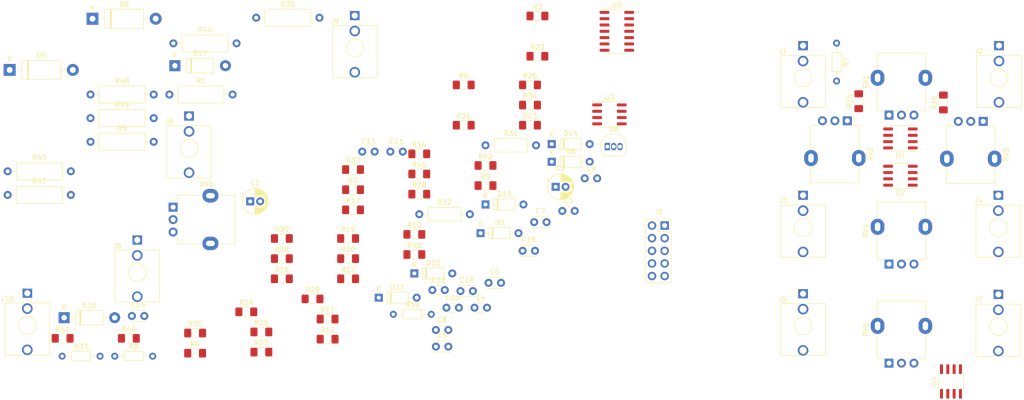
<source format=kicad_pcb>
(kicad_pcb (version 20171130) (host pcbnew 5.1.4)
  (layers (0 F.Cu signal) (31 B.Cu signal) (34 B.Paste user) (35 F.Paste user) (36 B.SilkS user) (37 F.SilkS user) (38 B.Mask user) (39 F.Mask user) (44 Edge.Cuts user))
  (net 0 "")
  (net 1 +12V)
  (net 2 GND)
  (net 3 -12V)
  (net 4 "Net-(C5-Pad2)")
  (net 5 "Net-(C5-Pad1)")
  (net 6 "Net-(C6-Pad1)")
  (net 7 "Net-(C6-Pad2)")
  (net 8 "Net-(C7-Pad1)")
  (net 9 "Net-(C7-Pad2)")
  (net 10 "Net-(C10-Pad2)")
  (net 11 "Net-(C10-Pad1)")
  (net 12 "Net-(C14-Pad1)")
  (net 13 "Net-(C14-Pad2)")
  (net 14 "Net-(C15-Pad2)")
  (net 15 "Net-(C15-Pad1)")
  (net 16 GNDPWR)
  (net 17 "Net-(D5-Pad1)")
  (net 18 "Net-(D6-Pad1)")
  (net 19 /out_1)
  (net 20 "Net-(D10-Pad1)")
  (net 21 /out_2)
  (net 22 /out_3)
  (net 23 /out_4)
  (net 24 "Net-(D15-Pad2)")
  (net 25 "Net-(D15-Pad1)")
  (net 26 "Net-(D16-Pad1)")
  (net 27 "Net-(D17-Pad2)")
  (net 28 "Net-(J1-PadT)")
  (net 29 "Net-(J3-PadT)")
  (net 30 "Net-(J5-PadT)")
  (net 31 /Vref)
  (net 32 "Net-(J6-PadT)")
  (net 33 "Net-(J9-PadTN)")
  (net 34 "Net-(J10-PadTN)")
  (net 35 "Net-(R1-Pad2)")
  (net 36 "Net-(R2-Pad1)")
  (net 37 "Net-(R3-Pad1)")
  (net 38 "Net-(R17-Pad2)")
  (net 39 "Net-(R18-Pad2)")
  (net 40 "Net-(R10-Pad2)")
  (net 41 "Net-(R15-Pad2)")
  (net 42 "Net-(R17-Pad1)")
  (net 43 "Net-(R18-Pad1)")
  (net 44 "Net-(R28-Pad1)")
  (net 45 "Net-(R29-Pad2)")
  (net 46 "Net-(R29-Pad1)")
  (net 47 "Net-(R34-Pad2)")
  (net 48 "Net-(R37-Pad2)")
  (net 49 "Net-(R47-Pad1)")
  (net 50 "Net-(RV2-Pad2)")
  (net 51 "Net-(RV3-Pad2)")
  (net 52 "Net-(U5-Pad13)")
  (net 53 "Net-(J2-PadT)")
  (net 54 "Net-(J4-PadT)")
  (net 55 "Net-(J7-PadT)")
  (net 56 "Net-(J8-PadT)")
  (net 57 "Net-(J9-PadT)")
  (net 58 "Net-(J10-PadT)")
  (net 59 "Net-(R15-Pad1)")
  (net 60 "Net-(R21-Pad2)")
  (module Capacitor_THT:CP_Radial_D5.0mm_P2.00mm (layer F.Cu) (at 75.849776 52.160001)
    (fp_text reference C1 (at 1 -3.75) (layer F.SilkS))
    (fp_text value 10uF)
    (pad 1 thru_hole rect (at 0 0) (size 1.6 1.6) (drill 0.8) (layers *.Cu *.Mask) (net 1 +12V))
    (pad 2 thru_hole circle (at 2 0) (size 1.6 1.6) (drill 0.8) (layers *.Cu *.Mask) (net 2 GND))
  )
  (module Capacitor_THT:CP_Radial_D5.0mm_P2.00mm (layer F.Cu) (at 137.229776 49.230001)
    (fp_text reference C2 (at 1 -3.75) (layer F.SilkS))
    (fp_text value 10uF)
    (pad 2 thru_hole circle (at 2 0) (size 1.6 1.6) (drill 0.8) (layers *.Cu *.Mask) (net 3 -12V))
    (pad 1 thru_hole rect (at 0 0) (size 1.6 1.6) (drill 0.8) (layers *.Cu *.Mask) (net 2 GND))
  )
  (module Capacitor_THT:C_Disc_D3.0mm_W1.6mm_P2.50mm (layer F.Cu) (at 138.560001 54.080001)
    (fp_text reference C3 (at 1.25 -2.05) (layer F.SilkS))
    (fp_text value 100nF)
    (pad 1 thru_hole circle (at 0 0) (size 1.6 1.6) (drill 0.8) (layers *.Cu *.Mask) (net 1 +12V))
    (pad 2 thru_hole circle (at 2.5 0) (size 1.6 1.6) (drill 0.8) (layers *.Cu *.Mask) (net 2 GND))
  )
  (module Capacitor_THT:C_Disc_D3.0mm_W1.6mm_P2.50mm (layer F.Cu) (at 120.930001 73.550001)
    (fp_text reference C4 (at 1.25 -2.05) (layer F.SilkS))
    (fp_text value 100nF)
    (pad 2 thru_hole circle (at 2.5 0) (size 1.6 1.6) (drill 0.8) (layers *.Cu *.Mask) (net 3 -12V))
    (pad 1 thru_hole circle (at 0 0) (size 1.6 1.6) (drill 0.8) (layers *.Cu *.Mask) (net 2 GND))
  )
  (module Capacitor_THT:C_Disc_D3.0mm_W2.0mm_P2.50mm (layer F.Cu) (at 113.160001 81.380001)
    (fp_text reference C5 (at 1.25 -2.25) (layer F.SilkS))
    (fp_text value 18pF)
    (pad 2 thru_hole circle (at 2.5 0) (size 1.6 1.6) (drill 0.8) (layers *.Cu *.Mask) (net 4 "Net-(C5-Pad2)"))
    (pad 1 thru_hole circle (at 0 0) (size 1.6 1.6) (drill 0.8) (layers *.Cu *.Mask) (net 5 "Net-(C5-Pad1)"))
  )
  (module Capacitor_THT:C_Disc_D3.0mm_W2.0mm_P2.50mm (layer F.Cu) (at 123.750001 68.550001)
    (fp_text reference C6 (at 1.25 -2.25) (layer F.SilkS))
    (fp_text value 18pF)
    (pad 1 thru_hole circle (at 0 0) (size 1.6 1.6) (drill 0.8) (layers *.Cu *.Mask) (net 6 "Net-(C6-Pad1)"))
    (pad 2 thru_hole circle (at 2.5 0) (size 1.6 1.6) (drill 0.8) (layers *.Cu *.Mask) (net 7 "Net-(C6-Pad2)"))
  )
  (module Capacitor_THT:C_Disc_D3.0mm_W2.0mm_P2.50mm (layer F.Cu) (at 132.910001 56.330001)
    (fp_text reference C7 (at 1.25 -2.25) (layer F.SilkS))
    (fp_text value 18pF)
    (pad 1 thru_hole circle (at 0 0) (size 1.6 1.6) (drill 0.8) (layers *.Cu *.Mask) (net 8 "Net-(C7-Pad1)"))
    (pad 2 thru_hole circle (at 2.5 0) (size 1.6 1.6) (drill 0.8) (layers *.Cu *.Mask) (net 9 "Net-(C7-Pad2)"))
  )
  (module Capacitor_THT:C_Disc_D3.0mm_W1.6mm_P2.50mm (layer F.Cu) (at 113.160001 78.030001)
    (fp_text reference C8 (at 1.25 -2.05) (layer F.SilkS))
    (fp_text value 100nF)
    (pad 2 thru_hole circle (at 2.5 0) (size 1.6 1.6) (drill 0.8) (layers *.Cu *.Mask) (net 2 GND))
    (pad 1 thru_hole circle (at 0 0) (size 1.6 1.6) (drill 0.8) (layers *.Cu *.Mask) (net 1 +12V))
  )
  (module Capacitor_THT:C_Disc_D3.0mm_W1.6mm_P2.50mm (layer F.Cu) (at 143.070001 47.530001)
    (fp_text reference C9 (at 1.25 -2.05) (layer F.SilkS))
    (fp_text value 100nF)
    (pad 1 thru_hole circle (at 0 0) (size 1.6 1.6) (drill 0.8) (layers *.Cu *.Mask) (net 2 GND))
    (pad 2 thru_hole circle (at 2.5 0) (size 1.6 1.6) (drill 0.8) (layers *.Cu *.Mask) (net 3 -12V))
  )
  (module Capacitor_THT:C_Disc_D3.0mm_W2.0mm_P2.50mm (layer F.Cu) (at 118.100001 70.200001)
    (fp_text reference C10 (at 1.25 -2.25) (layer F.SilkS))
    (fp_text value 18pF)
    (pad 2 thru_hole circle (at 2.5 0) (size 1.6 1.6) (drill 0.8) (layers *.Cu *.Mask) (net 10 "Net-(C10-Pad2)"))
    (pad 1 thru_hole circle (at 0 0) (size 1.6 1.6) (drill 0.8) (layers *.Cu *.Mask) (net 11 "Net-(C10-Pad1)"))
  )
  (module Capacitor_THT:C_Disc_D3.0mm_W1.6mm_P2.50mm (layer F.Cu) (at 104.010001 42.150001)
    (fp_text reference C11 (at 1.25 -2.05) (layer F.SilkS))
    (fp_text value 100nF)
    (pad 2 thru_hole circle (at 2.5 0) (size 1.6 1.6) (drill 0.8) (layers *.Cu *.Mask) (net 2 GND))
    (pad 1 thru_hole circle (at 0 0) (size 1.6 1.6) (drill 0.8) (layers *.Cu *.Mask) (net 1 +12V))
  )
  (module Capacitor_THT:C_Disc_D3.0mm_W1.6mm_P2.50mm (layer F.Cu) (at 112.450001 70.000001)
    (fp_text reference C12 (at 1.25 -2.05) (layer F.SilkS))
    (fp_text value 100nF)
    (pad 1 thru_hole circle (at 0 0) (size 1.6 1.6) (drill 0.8) (layers *.Cu *.Mask) (net 2 GND))
    (pad 2 thru_hole circle (at 2.5 0) (size 1.6 1.6) (drill 0.8) (layers *.Cu *.Mask) (net 3 -12V))
  )
  (module Capacitor_THT:C_Disc_D3.0mm_W1.6mm_P2.50mm (layer F.Cu) (at 98.360001 42.150001)
    (fp_text reference C13 (at 1.25 -2.05) (layer F.SilkS))
    (fp_text value 100nF)
    (pad 2 thru_hole circle (at 2.5 0) (size 1.6 1.6) (drill 0.8) (layers *.Cu *.Mask) (net 2 GND))
    (pad 1 thru_hole circle (at 0 0) (size 1.6 1.6) (drill 0.8) (layers *.Cu *.Mask) (net 1 +12V))
  )
  (module Capacitor_THT:C_Disc_D3.0mm_W2.0mm_P2.50mm (layer F.Cu) (at 52.070001 75.210001)
    (fp_text reference C14 (at 1.25 -2.25) (layer F.SilkS))
    (fp_text value 18pF)
    (pad 1 thru_hole circle (at 0 0) (size 1.6 1.6) (drill 0.8) (layers *.Cu *.Mask) (net 12 "Net-(C14-Pad1)"))
    (pad 2 thru_hole circle (at 2.5 0) (size 1.6 1.6) (drill 0.8) (layers *.Cu *.Mask) (net 13 "Net-(C14-Pad2)"))
  )
  (module Capacitor_THT:C_Disc_D3.0mm_W2.0mm_P2.50mm (layer F.Cu) (at 130.590001 62.100001)
    (fp_text reference C15 (at 1.25 -2.25) (layer F.SilkS))
    (fp_text value 18pF)
    (pad 2 thru_hole circle (at 2.5 0) (size 1.6 1.6) (drill 0.8) (layers *.Cu *.Mask) (net 14 "Net-(C15-Pad2)"))
    (pad 1 thru_hole circle (at 0 0) (size 1.6 1.6) (drill 0.8) (layers *.Cu *.Mask) (net 15 "Net-(C15-Pad1)"))
  )
  (module Capacitor_THT:C_Disc_D3.0mm_W1.6mm_P2.50mm (layer F.Cu) (at 115.280001 73.550001)
    (fp_text reference C16 (at 1.25 -2.05) (layer F.SilkS))
    (fp_text value 100nF)
    (pad 1 thru_hole circle (at 0 0) (size 1.6 1.6) (drill 0.8) (layers *.Cu *.Mask) (net 2 GND))
    (pad 2 thru_hole circle (at 2.5 0) (size 1.6 1.6) (drill 0.8) (layers *.Cu *.Mask) (net 3 -12V))
  )
  (module Diode_THT:D_DO-15_P12.70mm_Horizontal (layer F.Cu) (at 27.510001 25.710001)
    (fp_text reference D5 (at 6.35 -2.92) (layer F.SilkS))
    (fp_text value D_TVS)
    (fp_text user K (at 0 -2.2) (layer F.SilkS))
    (pad 2 thru_hole oval (at 12.7 0) (size 2.4 2.4) (drill 1.2) (layers *.Cu *.Mask) (net 16 GNDPWR))
    (pad 1 thru_hole rect (at 0 0) (size 2.4 2.4) (drill 1.2) (layers *.Cu *.Mask) (net 17 "Net-(D5-Pad1)"))
  )
  (module Diode_THT:D_DO-15_P12.70mm_Horizontal (layer F.Cu) (at 44.160001 15.410001)
    (fp_text reference D6 (at 6.35 -2.92) (layer F.SilkS))
    (fp_text value D_TVS)
    (fp_text user K (at 0 -2.2) (layer F.SilkS))
    (pad 1 thru_hole rect (at 0 0) (size 2.4 2.4) (drill 1.2) (layers *.Cu *.Mask) (net 18 "Net-(D6-Pad1)"))
    (pad 2 thru_hole oval (at 12.7 0) (size 2.4 2.4) (drill 1.2) (layers *.Cu *.Mask) (net 16 GNDPWR))
  )
  (module Diode_THT:D_DO-35_SOD27_P7.62mm_Horizontal (layer F.Cu) (at 136.440001 44.180001)
    (fp_text reference D8 (at 3.81 -2.12) (layer F.SilkS))
    (fp_text value 1N4148)
    (fp_text user K (at 0 -1.8) (layer F.SilkS))
    (pad 2 thru_hole oval (at 7.62 0) (size 1.6 1.6) (drill 0.8) (layers *.Cu *.Mask) (net 19 /out_1))
    (pad 1 thru_hole rect (at 0 0) (size 1.6 1.6) (drill 0.8) (layers *.Cu *.Mask) (net 20 "Net-(D10-Pad1)"))
  )
  (module Diode_THT:D_DO-35_SOD27_P7.62mm_Horizontal (layer F.Cu) (at 122.140001 58.550001)
    (fp_text reference D9 (at 3.81 -2.12) (layer F.SilkS))
    (fp_text value 1N4148)
    (fp_text user K (at 0 -1.8) (layer F.SilkS))
    (pad 1 thru_hole rect (at 0 0) (size 1.6 1.6) (drill 0.8) (layers *.Cu *.Mask) (net 20 "Net-(D10-Pad1)"))
    (pad 2 thru_hole oval (at 7.62 0) (size 1.6 1.6) (drill 0.8) (layers *.Cu *.Mask) (net 21 /out_2))
  )
  (module Diode_THT:D_DO-35_SOD27_P7.62mm_Horizontal (layer F.Cu) (at 108.830001 66.650001)
    (fp_text reference D10 (at 3.81 -2.12) (layer F.SilkS))
    (fp_text value 1N4148)
    (fp_text user K (at 0 -1.8) (layer F.SilkS))
    (pad 2 thru_hole oval (at 7.62 0) (size 1.6 1.6) (drill 0.8) (layers *.Cu *.Mask) (net 22 /out_3))
    (pad 1 thru_hole rect (at 0 0) (size 1.6 1.6) (drill 0.8) (layers *.Cu *.Mask) (net 20 "Net-(D10-Pad1)"))
  )
  (module Diode_THT:D_DO-35_SOD27_P7.62mm_Horizontal (layer F.Cu) (at 101.680001 71.530001)
    (fp_text reference D11 (at 3.81 -2.12) (layer F.SilkS))
    (fp_text value 1N4148)
    (fp_text user K (at 0 -1.8) (layer F.SilkS))
    (pad 1 thru_hole rect (at 0 0) (size 1.6 1.6) (drill 0.8) (layers *.Cu *.Mask) (net 20 "Net-(D10-Pad1)"))
    (pad 2 thru_hole oval (at 7.62 0) (size 1.6 1.6) (drill 0.8) (layers *.Cu *.Mask) (net 23 /out_4))
  )
  (module Diode_THT:D_DO-35_SOD27_P7.62mm_Horizontal (layer F.Cu) (at 136.440001 40.630001)
    (fp_text reference D14 (at 3.81 -2.12) (layer F.SilkS))
    (fp_text value 1N4148)
    (fp_text user K (at 0 -1.8) (layer F.SilkS))
    (pad 1 thru_hole rect (at 0 0) (size 1.6 1.6) (drill 0.8) (layers *.Cu *.Mask) (net 20 "Net-(D10-Pad1)"))
    (pad 2 thru_hole oval (at 7.62 0) (size 1.6 1.6) (drill 0.8) (layers *.Cu *.Mask) (net 2 GND))
  )
  (module Diode_THT:D_DO-35_SOD27_P7.62mm_Horizontal (layer F.Cu) (at 123.130001 52.780001)
    (fp_text reference D15 (at 3.81 -2.12) (layer F.SilkS))
    (fp_text value 1N4148)
    (fp_text user K (at 0 -1.8) (layer F.SilkS))
    (pad 2 thru_hole oval (at 7.62 0) (size 1.6 1.6) (drill 0.8) (layers *.Cu *.Mask) (net 24 "Net-(D15-Pad2)"))
    (pad 1 thru_hole rect (at 0 0) (size 1.6 1.6) (drill 0.8) (layers *.Cu *.Mask) (net 25 "Net-(D15-Pad1)"))
  )
  (module Diode_THT:D_DO-41_SOD81_P10.16mm_Horizontal (layer F.Cu) (at 38.460001 75.560001)
    (fp_text reference D16 (at 5.08 -2.47) (layer F.SilkS))
    (fp_text value 1N5817)
    (fp_text user K (at 0 -2.1) (layer F.SilkS))
    (pad 1 thru_hole rect (at 0 0) (size 2.2 2.2) (drill 1.1) (layers *.Cu *.Mask) (net 26 "Net-(D16-Pad1)"))
    (pad 2 thru_hole oval (at 10.16 0) (size 2.2 2.2) (drill 1.1) (layers *.Cu *.Mask) (net 3 -12V))
  )
  (module Diode_THT:D_DO-41_SOD81_P10.16mm_Horizontal (layer F.Cu) (at 60.710001 24.860001)
    (fp_text reference D17 (at 5.08 -2.47) (layer F.SilkS))
    (fp_text value 1N5817)
    (fp_text user K (at 0 -2.1) (layer F.SilkS))
    (pad 2 thru_hole oval (at 10.16 0) (size 2.2 2.2) (drill 1.1) (layers *.Cu *.Mask) (net 27 "Net-(D17-Pad2)"))
    (pad 1 thru_hole rect (at 0 0) (size 2.2 2.2) (drill 1.1) (layers *.Cu *.Mask) (net 1 +12V))
  )
  (module Connector_PinSocket_2.54mm:PinSocket_2x05_P2.54mm_Vertical (layer F.Cu) (at 159.131 57.023)
    (fp_text reference J0 (at -1.27 -2.77) (layer F.SilkS))
    (fp_text value "Eurorack power")
    (pad 1 thru_hole rect (at 0 0) (size 1.7 1.7) (drill 1) (layers *.Cu *.Mask) (net 26 "Net-(D16-Pad1)"))
    (pad 2 thru_hole oval (at -2.54 0) (size 1.7 1.7) (drill 1) (layers *.Cu *.Mask) (net 2 GND))
    (pad 3 thru_hole oval (at 0 2.54) (size 1.7 1.7) (drill 1) (layers *.Cu *.Mask) (net 16 GNDPWR))
    (pad 4 thru_hole oval (at -2.54 2.54) (size 1.7 1.7) (drill 1) (layers *.Cu *.Mask) (net 2 GND))
    (pad 5 thru_hole oval (at 0 5.08) (size 1.7 1.7) (drill 1) (layers *.Cu *.Mask) (net 27 "Net-(D17-Pad2)"))
    (pad 6 thru_hole oval (at -2.54 5.08) (size 1.7 1.7) (drill 1) (layers *.Cu *.Mask) (net 27 "Net-(D17-Pad2)"))
    (pad 7 thru_hole oval (at 0 7.62) (size 1.7 1.7) (drill 1) (layers *.Cu *.Mask) (net 2 GND))
    (pad 8 thru_hole oval (at -2.54 7.62) (size 1.7 1.7) (drill 1) (layers *.Cu *.Mask) (net 16 GNDPWR))
    (pad 9 thru_hole oval (at 0 10.16) (size 1.7 1.7) (drill 1) (layers *.Cu *.Mask) (net 2 GND))
    (pad 10 thru_hole oval (at -2.54 10.16) (size 1.7 1.7) (drill 1) (layers *.Cu *.Mask) (net 26 "Net-(D16-Pad1)"))
  )
  (module kicad_libraries:Jack_3.5mm_QingPu_WQP-PJ398SM_Vertical_CircularHoles (layer F.Cu) (at 186.944 20.828)
    (fp_text reference J1 (at -4.03 1.08 180) (layer F.SilkS))
    (fp_text value Input)
    (pad TN thru_hole circle (at 0 3.1 180) (size 2.13 2.13) (drill 1.42) (layers *.Cu *.Mask) (net 2 GND))
    (pad S thru_hole rect (at 0 0 180) (size 1.93 1.83) (drill 1.22) (layers *.Cu *.Mask) (net 16 GNDPWR))
    (pad T thru_hole circle (at 0 11.4 180) (size 2.13 2.13) (drill 1.43) (layers *.Cu *.Mask) (net 28 "Net-(J1-PadT)"))
  )
  (module kicad_libraries:Jack_3.5mm_QingPu_WQP-PJ398SM_Vertical_CircularHoles (layer F.Cu) (at 226.314 20.828)
    (fp_text reference J2 (at -4.03 1.08 180) (layer F.SilkS))
    (fp_text value Out)
    (pad T thru_hole circle (at 0 11.4 180) (size 2.13 2.13) (drill 1.43) (layers *.Cu *.Mask) (net 53 "Net-(J2-PadT)"))
    (pad S thru_hole rect (at 0 0 180) (size 1.93 1.83) (drill 1.22) (layers *.Cu *.Mask) (net 16 GNDPWR))
    (pad TN thru_hole circle (at 0 3.1 180) (size 2.13 2.13) (drill 1.42) (layers *.Cu *.Mask) (net 19 /out_1))
  )
  (module kicad_libraries:Jack_3.5mm_QingPu_WQP-PJ398SM_Vertical_CircularHoles (layer F.Cu) (at 186.944 50.927)
    (fp_text reference J3 (at -4.03 1.08 180) (layer F.SilkS))
    (fp_text value Input)
    (pad T thru_hole circle (at 0 11.4 180) (size 2.13 2.13) (drill 1.43) (layers *.Cu *.Mask) (net 29 "Net-(J3-PadT)"))
    (pad S thru_hole rect (at 0 0 180) (size 1.93 1.83) (drill 1.22) (layers *.Cu *.Mask) (net 16 GNDPWR))
    (pad TN thru_hole circle (at 0 3.1 180) (size 2.13 2.13) (drill 1.42) (layers *.Cu *.Mask) (net 2 GND))
  )
  (module kicad_libraries:Jack_3.5mm_QingPu_WQP-PJ398SM_Vertical_CircularHoles (layer F.Cu) (at 226.187 50.927)
    (fp_text reference J4 (at -4.03 1.08 180) (layer F.SilkS))
    (fp_text value Out)
    (pad T thru_hole circle (at 0 11.4 180) (size 2.13 2.13) (drill 1.43) (layers *.Cu *.Mask) (net 54 "Net-(J4-PadT)"))
    (pad S thru_hole rect (at 0 0 180) (size 1.93 1.83) (drill 1.22) (layers *.Cu *.Mask) (net 16 GNDPWR))
    (pad TN thru_hole circle (at 0 3.1 180) (size 2.13 2.13) (drill 1.42) (layers *.Cu *.Mask) (net 21 /out_2))
  )
  (module kicad_libraries:Jack_3.5mm_QingPu_WQP-PJ398SM_Vertical_CircularHoles (layer F.Cu) (at 186.944 70.739)
    (fp_text reference J5 (at -4.03 1.08 180) (layer F.SilkS))
    (fp_text value Input)
    (pad T thru_hole circle (at 0 11.4 180) (size 2.13 2.13) (drill 1.43) (layers *.Cu *.Mask) (net 30 "Net-(J5-PadT)"))
    (pad S thru_hole rect (at 0 0 180) (size 1.93 1.83) (drill 1.22) (layers *.Cu *.Mask) (net 16 GNDPWR))
    (pad TN thru_hole circle (at 0 3.1 180) (size 2.13 2.13) (drill 1.42) (layers *.Cu *.Mask) (net 31 /Vref))
  )
  (module kicad_libraries:Jack_3.5mm_QingPu_WQP-PJ398SM_Vertical_CircularHoles (layer F.Cu) (at 53.160001 59.930001)
    (fp_text reference J6 (at -4.03 1.08 180) (layer F.SilkS))
    (fp_text value Input)
    (pad TN thru_hole circle (at 0 3.1 180) (size 2.13 2.13) (drill 1.42) (layers *.Cu *.Mask) (net 31 /Vref))
    (pad S thru_hole rect (at 0 0 180) (size 1.93 1.83) (drill 1.22) (layers *.Cu *.Mask) (net 16 GNDPWR))
    (pad T thru_hole circle (at 0 11.4 180) (size 2.13 2.13) (drill 1.43) (layers *.Cu *.Mask) (net 32 "Net-(J6-PadT)"))
  )
  (module kicad_libraries:Jack_3.5mm_QingPu_WQP-PJ398SM_Vertical_CircularHoles (layer F.Cu) (at 226.187 70.866)
    (fp_text reference J7 (at -4.03 1.08 180) (layer F.SilkS))
    (fp_text value Out)
    (pad TN thru_hole circle (at 0 3.1 180) (size 2.13 2.13) (drill 1.42) (layers *.Cu *.Mask) (net 22 /out_3))
    (pad S thru_hole rect (at 0 0 180) (size 1.93 1.83) (drill 1.22) (layers *.Cu *.Mask) (net 16 GNDPWR))
    (pad T thru_hole circle (at 0 11.4 180) (size 2.13 2.13) (drill 1.43) (layers *.Cu *.Mask) (net 55 "Net-(J7-PadT)"))
  )
  (module kicad_libraries:Jack_3.5mm_QingPu_WQP-PJ398SM_Vertical_CircularHoles (layer F.Cu) (at 63.560001 34.980001)
    (fp_text reference J8 (at -4.03 1.08 180) (layer F.SilkS))
    (fp_text value Out)
    (pad TN thru_hole circle (at 0 3.1 180) (size 2.13 2.13) (drill 1.42) (layers *.Cu *.Mask) (net 23 /out_4))
    (pad S thru_hole rect (at 0 0 180) (size 1.93 1.83) (drill 1.22) (layers *.Cu *.Mask) (net 16 GNDPWR))
    (pad T thru_hole circle (at 0 11.4 180) (size 2.13 2.13) (drill 1.43) (layers *.Cu *.Mask) (net 56 "Net-(J8-PadT)"))
  )
  (module kicad_libraries:Jack_3.5mm_QingPu_WQP-PJ398SM_Vertical_CircularHoles (layer F.Cu) (at 96.860001 14.780001)
    (fp_text reference J9 (at -4.03 1.08 180) (layer F.SilkS))
    (fp_text value "Sum out")
    (pad TN thru_hole circle (at 0 3.1 180) (size 2.13 2.13) (drill 1.42) (layers *.Cu *.Mask) (net 33 "Net-(J9-PadTN)"))
    (pad S thru_hole rect (at 0 0 180) (size 1.93 1.83) (drill 1.22) (layers *.Cu *.Mask) (net 16 GNDPWR))
    (pad T thru_hole circle (at 0 11.4 180) (size 2.13 2.13) (drill 1.43) (layers *.Cu *.Mask) (net 57 "Net-(J9-PadT)"))
  )
  (module kicad_libraries:Jack_3.5mm_QingPu_WQP-PJ398SM_Vertical_CircularHoles (layer F.Cu) (at 31.060001 70.630001)
    (fp_text reference J10 (at -4.03 1.08 180) (layer F.SilkS))
    (fp_text value "Or out")
    (pad T thru_hole circle (at 0 11.4 180) (size 2.13 2.13) (drill 1.43) (layers *.Cu *.Mask) (net 58 "Net-(J10-PadT)"))
    (pad S thru_hole rect (at 0 0 180) (size 1.93 1.83) (drill 1.22) (layers *.Cu *.Mask) (net 16 GNDPWR))
    (pad TN thru_hole circle (at 0 3.1 180) (size 2.13 2.13) (drill 1.42) (layers *.Cu *.Mask) (net 34 "Net-(J10-PadTN)"))
  )
  (module Resistor_THT:R_Axial_DIN0309_L9.0mm_D3.2mm_P12.70mm_Horizontal (layer F.Cu) (at 59.610001 30.660001)
    (fp_text reference R1 (at 6.35 -2.72) (layer F.SilkS))
    (fp_text value 330R)
    (pad 2 thru_hole oval (at 12.7 0) (size 1.6 1.6) (drill 0.8) (layers *.Cu *.Mask) (net 35 "Net-(R1-Pad2)"))
    (pad 1 thru_hole circle (at 0 0) (size 1.6 1.6) (drill 0.8) (layers *.Cu *.Mask) (net 53 "Net-(J2-PadT)"))
  )
  (module Resistor_THT:R_Axial_DIN0309_L9.0mm_D3.2mm_P12.70mm_Horizontal (layer F.Cu) (at 43.760001 40.160001)
    (fp_text reference R5 (at 6.35 -2.72) (layer F.SilkS))
    (fp_text value 330R)
    (pad 1 thru_hole circle (at 0 0) (size 1.6 1.6) (drill 0.8) (layers *.Cu *.Mask) (net 57 "Net-(J9-PadT)"))
    (pad 2 thru_hole oval (at 12.7 0) (size 1.6 1.6) (drill 0.8) (layers *.Cu *.Mask) (net 15 "Net-(C15-Pad1)"))
  )
  (module Resistor_THT:R_Axial_DIN0204_L3.6mm_D1.6mm_P7.62mm_Horizontal (layer F.Cu) (at 193.675 20.32 270)
    (fp_text reference R7 (at 3.81 -1.92 90) (layer F.SilkS))
    (fp_text value 100R)
    (pad 2 thru_hole oval (at 7.62 0 270) (size 1.4 1.4) (drill 0.7) (layers *.Cu *.Mask) (net 28 "Net-(J1-PadT)"))
    (pad 1 thru_hole circle (at 0 0 270) (size 1.4 1.4) (drill 0.7) (layers *.Cu *.Mask) (net 59 "Net-(R15-Pad1)"))
  )
  (module Resistor_THT:R_Axial_DIN0204_L3.6mm_D1.6mm_P7.62mm_Horizontal (layer F.Cu) (at 48.630001 83.310001)
    (fp_text reference R8 (at 3.81 -1.92) (layer F.SilkS))
    (fp_text value 100R)
    (pad 1 thru_hole circle (at 0 0) (size 1.4 1.4) (drill 0.7) (layers *.Cu *.Mask) (net 60 "Net-(R21-Pad2)"))
    (pad 2 thru_hole oval (at 7.62 0) (size 1.4 1.4) (drill 0.7) (layers *.Cu *.Mask) (net 29 "Net-(J3-PadT)"))
  )
  (module Resistor_THT:R_Axial_DIN0309_L9.0mm_D3.2mm_P12.70mm_Horizontal (layer F.Cu) (at 77.060001 15.210001)
    (fp_text reference R30 (at 6.35 -2.72) (layer F.SilkS))
    (fp_text value 330R)
    (pad 2 thru_hole oval (at 12.7 0) (size 1.6 1.6) (drill 0.8) (layers *.Cu *.Mask) (net 45 "Net-(R29-Pad2)"))
    (pad 1 thru_hole circle (at 0 0) (size 1.6 1.6) (drill 0.8) (layers *.Cu *.Mask) (net 54 "Net-(J4-PadT)"))
  )
  (module Resistor_THT:R_Axial_DIN0207_L6.3mm_D2.5mm_P10.16mm_Horizontal (layer F.Cu) (at 123.130001 40.880001)
    (fp_text reference R31 (at 5.08 -2.37) (layer F.SilkS))
    (fp_text value 100k)
    (pad 1 thru_hole circle (at 0 0) (size 1.6 1.6) (drill 0.8) (layers *.Cu *.Mask) (net 2 GND))
    (pad 2 thru_hole oval (at 10.16 0) (size 1.6 1.6) (drill 0.8) (layers *.Cu *.Mask) (net 44 "Net-(R28-Pad1)"))
  )
  (module Resistor_THT:R_Axial_DIN0207_L6.3mm_D2.5mm_P10.16mm_Horizontal (layer F.Cu) (at 109.820001 54.750001)
    (fp_text reference R32 (at 5.08 -2.37) (layer F.SilkS))
    (fp_text value 100k)
    (pad 1 thru_hole circle (at 0 0) (size 1.6 1.6) (drill 0.8) (layers *.Cu *.Mask) (net 2 GND))
    (pad 2 thru_hole oval (at 10.16 0) (size 1.6 1.6) (drill 0.8) (layers *.Cu *.Mask) (net 46 "Net-(R29-Pad1)"))
  )
  (module Resistor_THT:R_Axial_DIN0204_L3.6mm_D1.6mm_P7.62mm_Horizontal (layer F.Cu) (at 38.060001 83.310001)
    (fp_text reference R33 (at 3.81 -1.92) (layer F.SilkS))
    (fp_text value 100R)
    (pad 2 thru_hole oval (at 7.62 0) (size 1.4 1.4) (drill 0.7) (layers *.Cu *.Mask) (net 30 "Net-(J5-PadT)"))
    (pad 1 thru_hole circle (at 0 0) (size 1.4 1.4) (drill 0.7) (layers *.Cu *.Mask) (net 17 "Net-(D5-Pad1)"))
  )
  (module Resistor_THT:R_Axial_DIN0204_L3.6mm_D1.6mm_P7.62mm_Horizontal (layer F.Cu) (at 104.610001 74.880001)
    (fp_text reference R36 (at 3.81 -1.92) (layer F.SilkS))
    (fp_text value 100R)
    (pad 1 thru_hole circle (at 0 0) (size 1.4 1.4) (drill 0.7) (layers *.Cu *.Mask) (net 18 "Net-(D6-Pad1)"))
    (pad 2 thru_hole oval (at 7.62 0) (size 1.4 1.4) (drill 0.7) (layers *.Cu *.Mask) (net 32 "Net-(J6-PadT)"))
  )
  (module Resistor_THT:R_Axial_DIN0309_L9.0mm_D3.2mm_P12.70mm_Horizontal (layer F.Cu) (at 27.110001 46.110001)
    (fp_text reference R43 (at 6.35 -2.72) (layer F.SilkS))
    (fp_text value 330R)
    (pad 1 thru_hole circle (at 0 0) (size 1.6 1.6) (drill 0.8) (layers *.Cu *.Mask) (net 55 "Net-(J7-PadT)"))
    (pad 2 thru_hole oval (at 12.7 0) (size 1.6 1.6) (drill 0.8) (layers *.Cu *.Mask) (net 7 "Net-(C6-Pad2)"))
  )
  (module Resistor_THT:R_Axial_DIN0309_L9.0mm_D3.2mm_P12.70mm_Horizontal (layer F.Cu) (at 60.410001 20.360001)
    (fp_text reference R44 (at 6.35 -2.72) (layer F.SilkS))
    (fp_text value 330R)
    (pad 2 thru_hole oval (at 12.7 0) (size 1.6 1.6) (drill 0.8) (layers *.Cu *.Mask) (net 9 "Net-(C7-Pad2)"))
    (pad 1 thru_hole circle (at 0 0) (size 1.6 1.6) (drill 0.8) (layers *.Cu *.Mask) (net 56 "Net-(J8-PadT)"))
  )
  (module Resistor_THT:R_Axial_DIN0309_L9.0mm_D3.2mm_P12.70mm_Horizontal (layer F.Cu) (at 27.110001 50.860001)
    (fp_text reference R47 (at 6.35 -2.72) (layer F.SilkS))
    (fp_text value R)
    (pad 1 thru_hole circle (at 0 0) (size 1.6 1.6) (drill 0.8) (layers *.Cu *.Mask) (net 49 "Net-(R47-Pad1)"))
    (pad 2 thru_hole oval (at 12.7 0) (size 1.6 1.6) (drill 0.8) (layers *.Cu *.Mask) (net 1 +12V))
  )
  (module Resistor_THT:R_Axial_DIN0309_L9.0mm_D3.2mm_P12.70mm_Horizontal (layer F.Cu) (at 43.760001 30.660001)
    (fp_text reference R48 (at 6.35 -2.72) (layer F.SilkS))
    (fp_text value 330R)
    (pad 1 thru_hole circle (at 0 0) (size 1.6 1.6) (drill 0.8) (layers *.Cu *.Mask) (net 58 "Net-(J10-PadT)"))
    (pad 2 thru_hole oval (at 12.7 0) (size 1.6 1.6) (drill 0.8) (layers *.Cu *.Mask) (net 24 "Net-(D15-Pad2)"))
  )
  (module Resistor_THT:R_Axial_DIN0309_L9.0mm_D3.2mm_P12.70mm_Horizontal (layer F.Cu) (at 43.760001 35.410001)
    (fp_text reference R49 (at 6.35 -2.72) (layer F.SilkS))
    (fp_text value R)
    (pad 2 thru_hole oval (at 12.7 0) (size 1.6 1.6) (drill 0.8) (layers *.Cu *.Mask) (net 49 "Net-(R47-Pad1)"))
    (pad 1 thru_hole circle (at 0 0) (size 1.6 1.6) (drill 0.8) (layers *.Cu *.Mask) (net 31 /Vref))
  )
  (module Potentiometer_THT:Potentiometer_Alpha_RD901F-40-00D_Single_Vertical (layer F.Cu) (at 204.216 34.798 90)
    (fp_text reference RV1 (at 6.71 -4.64 270) (layer F.SilkS))
    (fp_text value 100k)
    (pad 1 thru_hole rect (at 0 0 180) (size 1.8 1.8) (drill 1) (layers *.Cu *.Mask) (net 59 "Net-(R15-Pad1)"))
    (pad 2 thru_hole circle (at 0 2.5 180) (size 1.8 1.8) (drill 1) (layers *.Cu *.Mask) (net 41 "Net-(R15-Pad2)"))
    (pad 3 thru_hole circle (at 0 5 180) (size 1.8 1.8) (drill 1) (layers *.Cu *.Mask) (net 2 GND))
    (pad "" thru_hole oval (at 7.5 7.3 180) (size 2.72 3.24) (drill oval 1.1 1.8) (layers *.Cu *.Mask))
    (pad "" thru_hole oval (at 7.5 -2.3 180) (size 2.72 3.24) (drill oval 1.1 1.8) (layers *.Cu *.Mask))
  )
  (module Potentiometer_THT:Potentiometer_Alpha_RD901F-40-00D_Single_Vertical (layer F.Cu) (at 195.834 35.941 270)
    (fp_text reference RV2 (at 6.71 -4.64 270) (layer F.SilkS))
    (fp_text value 100k)
    (pad 1 thru_hole rect (at 0 0) (size 1.8 1.8) (drill 1) (layers *.Cu *.Mask) (net 31 /Vref))
    (pad 2 thru_hole circle (at 0 2.5) (size 1.8 1.8) (drill 1) (layers *.Cu *.Mask) (net 50 "Net-(RV2-Pad2)"))
    (pad 3 thru_hole circle (at 0 5) (size 1.8 1.8) (drill 1) (layers *.Cu *.Mask) (net 2 GND))
    (pad "" thru_hole oval (at 7.5 7.3) (size 2.72 3.24) (drill oval 1.1 1.8) (layers *.Cu *.Mask))
    (pad "" thru_hole oval (at 7.5 -2.3) (size 2.72 3.24) (drill oval 1.1 1.8) (layers *.Cu *.Mask))
  )
  (module Potentiometer_THT:Potentiometer_Alpha_RD901F-40-00D_Single_Vertical (layer F.Cu) (at 223.139 36.068 270)
    (fp_text reference RV3 (at 6.71 -4.64 270) (layer F.SilkS))
    (fp_text value 100k)
    (pad 1 thru_hole rect (at 0 0) (size 1.8 1.8) (drill 1) (layers *.Cu *.Mask) (net 31 /Vref))
    (pad 2 thru_hole circle (at 0 2.5) (size 1.8 1.8) (drill 1) (layers *.Cu *.Mask) (net 51 "Net-(RV3-Pad2)"))
    (pad 3 thru_hole circle (at 0 5) (size 1.8 1.8) (drill 1) (layers *.Cu *.Mask) (net 2 GND))
    (pad "" thru_hole oval (at 7.5 7.3) (size 2.72 3.24) (drill oval 1.1 1.8) (layers *.Cu *.Mask))
    (pad "" thru_hole oval (at 7.5 -2.3) (size 2.72 3.24) (drill oval 1.1 1.8) (layers *.Cu *.Mask))
  )
  (module Potentiometer_THT:Potentiometer_Alpha_RD901F-40-00D_Single_Vertical (layer F.Cu) (at 204.216 64.77 90)
    (fp_text reference RV4 (at 6.71 -4.64 270) (layer F.SilkS))
    (fp_text value 100k)
    (pad "" thru_hole oval (at 7.5 -2.3 180) (size 2.72 3.24) (drill oval 1.1 1.8) (layers *.Cu *.Mask))
    (pad "" thru_hole oval (at 7.5 7.3 180) (size 2.72 3.24) (drill oval 1.1 1.8) (layers *.Cu *.Mask))
    (pad 3 thru_hole circle (at 0 5 180) (size 1.8 1.8) (drill 1) (layers *.Cu *.Mask) (net 2 GND))
    (pad 2 thru_hole circle (at 0 2.5 180) (size 1.8 1.8) (drill 1) (layers *.Cu *.Mask) (net 40 "Net-(R10-Pad2)"))
    (pad 1 thru_hole rect (at 0 0 180) (size 1.8 1.8) (drill 1) (layers *.Cu *.Mask) (net 60 "Net-(R21-Pad2)"))
  )
  (module Potentiometer_THT:Potentiometer_Alpha_RD901F-40-00D_Single_Vertical (layer F.Cu) (at 204.216 84.709 90)
    (fp_text reference RV5 (at 6.71 -4.64 270) (layer F.SilkS))
    (fp_text value 100k)
    (pad "" thru_hole oval (at 7.5 -2.3 180) (size 2.72 3.24) (drill oval 1.1 1.8) (layers *.Cu *.Mask))
    (pad "" thru_hole oval (at 7.5 7.3 180) (size 2.72 3.24) (drill oval 1.1 1.8) (layers *.Cu *.Mask))
    (pad 3 thru_hole circle (at 0 5 180) (size 1.8 1.8) (drill 1) (layers *.Cu *.Mask) (net 2 GND))
    (pad 2 thru_hole circle (at 0 2.5 180) (size 1.8 1.8) (drill 1) (layers *.Cu *.Mask) (net 47 "Net-(R34-Pad2)"))
    (pad 1 thru_hole rect (at 0 0 180) (size 1.8 1.8) (drill 1) (layers *.Cu *.Mask) (net 17 "Net-(D5-Pad1)"))
  )
  (module Potentiometer_THT:Potentiometer_Alpha_RD901F-40-00D_Single_Vertical (layer F.Cu) (at 60.360001 53.320001)
    (fp_text reference RV6 (at 6.71 -4.64 180) (layer F.SilkS))
    (fp_text value 100k)
    (pad "" thru_hole oval (at 7.5 -2.3 90) (size 2.72 3.24) (drill oval 1.1 1.8) (layers *.Cu *.Mask))
    (pad "" thru_hole oval (at 7.5 7.3 90) (size 2.72 3.24) (drill oval 1.1 1.8) (layers *.Cu *.Mask))
    (pad 3 thru_hole circle (at 0 5 90) (size 1.8 1.8) (drill 1) (layers *.Cu *.Mask) (net 2 GND))
    (pad 2 thru_hole circle (at 0 2.5 90) (size 1.8 1.8) (drill 1) (layers *.Cu *.Mask) (net 48 "Net-(R37-Pad2)"))
    (pad 1 thru_hole rect (at 0 0 90) (size 1.8 1.8) (drill 1) (layers *.Cu *.Mask) (net 18 "Net-(D6-Pad1)"))
  )
  (module Package_SO:SOIC-8_3.9x4.9mm_P1.27mm (layer F.Cu) (at 206.502 39.497 180)
    (fp_text reference U1 (at 0 -3.4) (layer F.SilkS))
    (fp_text value TL072)
    (pad 1 smd roundrect (at -2.475 -1.905 180) (size 1.95 0.6) (layers F.Cu F.Paste F.Mask) (net 10 "Net-(C10-Pad2)"))
    (pad 2 smd roundrect (at -2.475 -0.635 180) (size 1.95 0.6) (layers F.Cu F.Paste F.Mask) (net 11 "Net-(C10-Pad1)"))
    (pad 3 smd roundrect (at -2.475 0.635 180) (size 1.95 0.6) (layers F.Cu F.Paste F.Mask) (net 41 "Net-(R15-Pad2)"))
    (pad 4 smd roundrect (at -2.475 1.905 180) (size 1.95 0.6) (layers F.Cu F.Paste F.Mask) (net 3 -12V))
    (pad 5 smd roundrect (at 2.475 1.905 180) (size 1.95 0.6) (layers F.Cu F.Paste F.Mask) (net 50 "Net-(RV2-Pad2)"))
    (pad 6 smd roundrect (at 2.475 0.635 180) (size 1.95 0.6) (layers F.Cu F.Paste F.Mask) (net 36 "Net-(R2-Pad1)"))
    (pad 7 smd roundrect (at 2.475 -0.635 180) (size 1.95 0.6) (layers F.Cu F.Paste F.Mask) (net 38 "Net-(R17-Pad2)"))
    (pad 8 smd roundrect (at 2.475 -1.905 180) (size 1.95 0.6) (layers F.Cu F.Paste F.Mask) (net 1 +12V))
  )
  (module Package_SO:SOIC-8_3.9x4.9mm_P1.27mm (layer F.Cu) (at 206.502 46.99 180)
    (fp_text reference U2 (at 0 -3.4) (layer F.SilkS))
    (fp_text value TL072)
    (pad 8 smd roundrect (at 2.475 -1.905 180) (size 1.95 0.6) (layers F.Cu F.Paste F.Mask) (net 1 +12V))
    (pad 7 smd roundrect (at 2.475 -0.635 180) (size 1.95 0.6) (layers F.Cu F.Paste F.Mask) (net 45 "Net-(R29-Pad2)"))
    (pad 6 smd roundrect (at 2.475 0.635 180) (size 1.95 0.6) (layers F.Cu F.Paste F.Mask) (net 46 "Net-(R29-Pad1)"))
    (pad 5 smd roundrect (at 2.475 1.905 180) (size 1.95 0.6) (layers F.Cu F.Paste F.Mask) (net 43 "Net-(R18-Pad1)"))
    (pad 4 smd roundrect (at -2.475 1.905 180) (size 1.95 0.6) (layers F.Cu F.Paste F.Mask) (net 3 -12V))
    (pad 3 smd roundrect (at -2.475 0.635 180) (size 1.95 0.6) (layers F.Cu F.Paste F.Mask) (net 42 "Net-(R17-Pad1)"))
    (pad 2 smd roundrect (at -2.475 -0.635 180) (size 1.95 0.6) (layers F.Cu F.Paste F.Mask) (net 44 "Net-(R28-Pad1)"))
    (pad 1 smd roundrect (at -2.475 -1.905 180) (size 1.95 0.6) (layers F.Cu F.Paste F.Mask) (net 35 "Net-(R1-Pad2)"))
  )
  (module Package_SO:SOIC-8_3.9x4.9mm_P1.27mm (layer F.Cu) (at 148.030001 34.660001)
    (fp_text reference U3 (at 0 -3.4) (layer F.SilkS))
    (fp_text value TL072)
    (pad 1 smd roundrect (at -2.475 -1.905) (size 1.95 0.6) (layers F.Cu F.Paste F.Mask) (net 4 "Net-(C5-Pad2)"))
    (pad 2 smd roundrect (at -2.475 -0.635) (size 1.95 0.6) (layers F.Cu F.Paste F.Mask) (net 5 "Net-(C5-Pad1)"))
    (pad 3 smd roundrect (at -2.475 0.635) (size 1.95 0.6) (layers F.Cu F.Paste F.Mask) (net 40 "Net-(R10-Pad2)"))
    (pad 4 smd roundrect (at -2.475 1.905) (size 1.95 0.6) (layers F.Cu F.Paste F.Mask) (net 3 -12V))
    (pad 5 smd roundrect (at 2.475 1.905) (size 1.95 0.6) (layers F.Cu F.Paste F.Mask) (net 51 "Net-(RV3-Pad2)"))
    (pad 6 smd roundrect (at 2.475 0.635) (size 1.95 0.6) (layers F.Cu F.Paste F.Mask) (net 37 "Net-(R3-Pad1)"))
    (pad 7 smd roundrect (at 2.475 -0.635) (size 1.95 0.6) (layers F.Cu F.Paste F.Mask) (net 39 "Net-(R18-Pad2)"))
    (pad 8 smd roundrect (at 2.475 -1.905) (size 1.95 0.6) (layers F.Cu F.Paste F.Mask) (net 1 +12V))
  )
  (module Package_SO:SOIC-8_3.9x4.9mm_P1.27mm (layer F.Cu) (at 216.662 88.392 90)
    (fp_text reference U4 (at 0 -3.4 90) (layer F.SilkS))
    (fp_text value TL072)
    (pad 8 smd roundrect (at 2.475 -1.905 90) (size 1.95 0.6) (layers F.Cu F.Paste F.Mask) (net 1 +12V))
    (pad 7 smd roundrect (at 2.475 -0.635 90) (size 1.95 0.6) (layers F.Cu F.Paste F.Mask) (net 9 "Net-(C7-Pad2)"))
    (pad 6 smd roundrect (at 2.475 0.635 90) (size 1.95 0.6) (layers F.Cu F.Paste F.Mask) (net 8 "Net-(C7-Pad1)"))
    (pad 5 smd roundrect (at 2.475 1.905 90) (size 1.95 0.6) (layers F.Cu F.Paste F.Mask) (net 48 "Net-(R37-Pad2)"))
    (pad 4 smd roundrect (at -2.475 1.905 90) (size 1.95 0.6) (layers F.Cu F.Paste F.Mask) (net 3 -12V))
    (pad 3 smd roundrect (at -2.475 0.635 90) (size 1.95 0.6) (layers F.Cu F.Paste F.Mask) (net 47 "Net-(R34-Pad2)"))
    (pad 2 smd roundrect (at -2.475 -0.635 90) (size 1.95 0.6) (layers F.Cu F.Paste F.Mask) (net 6 "Net-(C6-Pad1)"))
    (pad 1 smd roundrect (at -2.475 -1.905 90) (size 1.95 0.6) (layers F.Cu F.Paste F.Mask) (net 7 "Net-(C6-Pad2)"))
  )
  (module Package_SO:SOIC-14_3.9x8.7mm_P1.27mm (layer F.Cu) (at 149.520001 17.940001)
    (fp_text reference U5 (at 0 -5.28) (layer F.SilkS))
    (fp_text value TL074)
    (pad 1 smd roundrect (at -2.475 -3.81) (size 1.95 0.6) (layers F.Cu F.Paste F.Mask) (net 12 "Net-(C14-Pad1)"))
    (pad 2 smd roundrect (at -2.475 -2.54) (size 1.95 0.6) (layers F.Cu F.Paste F.Mask) (net 13 "Net-(C14-Pad2)"))
    (pad 3 smd roundrect (at -2.475 -1.27) (size 1.95 0.6) (layers F.Cu F.Paste F.Mask) (net 2 GND))
    (pad 4 smd roundrect (at -2.475 0) (size 1.95 0.6) (layers F.Cu F.Paste F.Mask) (net 1 +12V))
    (pad 5 smd roundrect (at -2.475 1.27) (size 1.95 0.6) (layers F.Cu F.Paste F.Mask) (net 2 GND))
    (pad 6 smd roundrect (at -2.475 2.54) (size 1.95 0.6) (layers F.Cu F.Paste F.Mask) (net 14 "Net-(C15-Pad2)"))
    (pad 7 smd roundrect (at -2.475 3.81) (size 1.95 0.6) (layers F.Cu F.Paste F.Mask) (net 15 "Net-(C15-Pad1)"))
    (pad 8 smd roundrect (at 2.475 3.81) (size 1.95 0.6) (layers F.Cu F.Paste F.Mask) (net 24 "Net-(D15-Pad2)"))
    (pad 9 smd roundrect (at 2.475 2.54) (size 1.95 0.6) (layers F.Cu F.Paste F.Mask) (net 25 "Net-(D15-Pad1)"))
    (pad 10 smd roundrect (at 2.475 1.27) (size 1.95 0.6) (layers F.Cu F.Paste F.Mask) (net 20 "Net-(D10-Pad1)"))
    (pad 11 smd roundrect (at 2.475 0) (size 1.95 0.6) (layers F.Cu F.Paste F.Mask) (net 3 -12V))
    (pad 12 smd roundrect (at 2.475 -1.27) (size 1.95 0.6) (layers F.Cu F.Paste F.Mask) (net 2 GND))
    (pad 13 smd roundrect (at 2.475 -2.54) (size 1.95 0.6) (layers F.Cu F.Paste F.Mask) (net 52 "Net-(U5-Pad13)"))
    (pad 14 smd roundrect (at 2.475 -3.81) (size 1.95 0.6) (layers F.Cu F.Paste F.Mask) (net 52 "Net-(U5-Pad13)"))
  )
  (module Package_TO_SOT_THT:TO-92_Inline (layer F.Cu) (at 147.620001 41.140001)
    (fp_text reference U6 (at 1.27 -3.56) (layer F.SilkS))
    (fp_text value LM4040CIZ-5.0)
    (pad 2 thru_hole oval (at 1.27 0) (size 1.05 1.5) (drill 0.75) (layers *.Cu *.Mask) (net 2 GND))
    (pad 3 thru_hole oval (at 2.54 0) (size 1.05 1.5) (drill 0.75) (layers *.Cu *.Mask))
    (pad 1 thru_hole rect (at 0 0) (size 1.05 1.5) (drill 0.75) (layers *.Cu *.Mask) (net 49 "Net-(R47-Pad1)"))
  )
  (module Resistor_SMD:R_1206_3216Metric_Pad1.42x1.75mm_HandSolder (layer F.Cu) (at 96.510001 49.810001)
    (fp_text reference R2 (at 0 -1.82) (layer F.SilkS))
    (fp_text value 100k)
    (pad 1 smd roundrect (at -1.4875 0) (size 1.425 1.75) (layers F.Cu F.Paste F.Mask) (roundrect_rratio 0.175439) (net 36 "Net-(R2-Pad1)"))
    (pad 2 smd roundrect (at 1.4875 0) (size 1.425 1.75) (layers F.Cu F.Paste F.Mask) (roundrect_rratio 0.175439) (net 31 /Vref))
  )
  (module Resistor_SMD:R_1206_3216Metric_Pad1.42x1.75mm_HandSolder (layer F.Cu) (at 133.560001 14.860001)
    (fp_text reference R3 (at 0 -1.82) (layer F.SilkS))
    (fp_text value 100k)
    (pad 1 smd roundrect (at -1.4875 0) (size 1.425 1.75) (layers F.Cu F.Paste F.Mask) (roundrect_rratio 0.175439) (net 37 "Net-(R3-Pad1)"))
    (pad 2 smd roundrect (at 1.4875 0) (size 1.425 1.75) (layers F.Cu F.Paste F.Mask) (roundrect_rratio 0.175439) (net 31 /Vref))
  )
  (module Resistor_SMD:R_1206_3216Metric_Pad1.42x1.75mm_HandSolder (layer F.Cu) (at 64.780001 82.700001)
    (fp_text reference R4 (at 0 -1.82) (layer F.SilkS))
    (fp_text value 100k)
    (pad 2 smd roundrect (at 1.4875 0) (size 1.425 1.75) (layers F.Cu F.Paste F.Mask) (roundrect_rratio 0.175439) (net 38 "Net-(R17-Pad2)"))
    (pad 1 smd roundrect (at -1.4875 0) (size 1.425 1.75) (layers F.Cu F.Paste F.Mask) (roundrect_rratio 0.175439) (net 36 "Net-(R2-Pad1)"))
  )
  (module Resistor_SMD:R_1206_3216Metric_Pad1.42x1.75mm_HandSolder (layer F.Cu) (at 118.760001 28.730001)
    (fp_text reference R6 (at 0 -1.82) (layer F.SilkS))
    (fp_text value 100k)
    (pad 2 smd roundrect (at 1.4875 0) (size 1.425 1.75) (layers F.Cu F.Paste F.Mask) (roundrect_rratio 0.175439) (net 39 "Net-(R18-Pad2)"))
    (pad 1 smd roundrect (at -1.4875 0) (size 1.425 1.75) (layers F.Cu F.Paste F.Mask) (roundrect_rratio 0.175439) (net 37 "Net-(R3-Pad1)"))
  )
  (module Resistor_SMD:R_1206_3216Metric_Pad1.42x1.75mm_HandSolder (layer F.Cu) (at 123.130001 48.980001)
    (fp_text reference R9 (at 0 -1.82) (layer F.SilkS))
    (fp_text value 47k)
    (pad 2 smd roundrect (at 1.4875 0) (size 1.425 1.75) (layers F.Cu F.Paste F.Mask) (roundrect_rratio 0.175439) (net 40 "Net-(R10-Pad2)"))
    (pad 1 smd roundrect (at -1.4875 0) (size 1.425 1.75) (layers F.Cu F.Paste F.Mask) (roundrect_rratio 0.175439) (net 60 "Net-(R21-Pad2)"))
  )
  (module Resistor_SMD:R_1206_3216Metric_Pad1.42x1.75mm_HandSolder (layer F.Cu) (at 108.830001 58.800001)
    (fp_text reference R10 (at 0 -1.82) (layer F.SilkS))
    (fp_text value 47k)
    (pad 2 smd roundrect (at 1.4875 0) (size 1.425 1.75) (layers F.Cu F.Paste F.Mask) (roundrect_rratio 0.175439) (net 40 "Net-(R10-Pad2)"))
    (pad 1 smd roundrect (at -1.4875 0) (size 1.425 1.75) (layers F.Cu F.Paste F.Mask) (roundrect_rratio 0.175439) (net 2 GND))
  )
  (module Resistor_SMD:R_1206_3216Metric_Pad1.42x1.75mm_HandSolder (layer F.Cu) (at 91.400001 75.830001)
    (fp_text reference R11 (at 0 -1.82) (layer F.SilkS))
    (fp_text value 220k)
    (pad 1 smd roundrect (at -1.4875 0) (size 1.425 1.75) (layers F.Cu F.Paste F.Mask) (roundrect_rratio 0.175439) (net 13 "Net-(C14-Pad2)"))
    (pad 2 smd roundrect (at 1.4875 0) (size 1.425 1.75) (layers F.Cu F.Paste F.Mask) (roundrect_rratio 0.175439) (net 19 /out_1))
  )
  (module Resistor_SMD:R_1206_3216Metric_Pad1.42x1.75mm_HandSolder (layer F.Cu) (at 91.400001 79.880001)
    (fp_text reference R12 (at 0 -1.82) (layer F.SilkS))
    (fp_text value 220k)
    (pad 2 smd roundrect (at 1.4875 0) (size 1.425 1.75) (layers F.Cu F.Paste F.Mask) (roundrect_rratio 0.175439) (net 21 /out_2))
    (pad 1 smd roundrect (at -1.4875 0) (size 1.425 1.75) (layers F.Cu F.Paste F.Mask) (roundrect_rratio 0.175439) (net 13 "Net-(C14-Pad2)"))
  )
  (module Resistor_SMD:R_1206_3216Metric_Pad1.42x1.75mm_HandSolder (layer F.Cu) (at 132.070001 36.830001)
    (fp_text reference R13 (at 0 -1.82) (layer F.SilkS))
    (fp_text value 220k)
    (pad 1 smd roundrect (at -1.4875 0) (size 1.425 1.75) (layers F.Cu F.Paste F.Mask) (roundrect_rratio 0.175439) (net 13 "Net-(C14-Pad2)"))
    (pad 2 smd roundrect (at 1.4875 0) (size 1.425 1.75) (layers F.Cu F.Paste F.Mask) (roundrect_rratio 0.175439) (net 22 /out_3))
  )
  (module Resistor_SMD:R_1206_3216Metric_Pad1.42x1.75mm_HandSolder (layer F.Cu) (at 109.820001 42.600001)
    (fp_text reference R14 (at 0 -1.82) (layer F.SilkS))
    (fp_text value 220k)
    (pad 2 smd roundrect (at 1.4875 0) (size 1.425 1.75) (layers F.Cu F.Paste F.Mask) (roundrect_rratio 0.175439) (net 23 /out_4))
    (pad 1 smd roundrect (at -1.4875 0) (size 1.425 1.75) (layers F.Cu F.Paste F.Mask) (roundrect_rratio 0.175439) (net 13 "Net-(C14-Pad2)"))
  )
  (module Resistor_SMD:R_1206_3216Metric_Pad1.42x1.75mm_HandSolder (layer F.Cu) (at 198.12 32.004 90)
    (fp_text reference R15 (at 0 -1.82 90) (layer F.SilkS))
    (fp_text value 47k)
    (pad 2 smd roundrect (at 1.4875 0 90) (size 1.425 1.75) (layers F.Cu F.Paste F.Mask) (roundrect_rratio 0.175439) (net 41 "Net-(R15-Pad2)"))
    (pad 1 smd roundrect (at -1.4875 0 90) (size 1.425 1.75) (layers F.Cu F.Paste F.Mask) (roundrect_rratio 0.175439) (net 59 "Net-(R15-Pad1)"))
  )
  (module Resistor_SMD:R_1206_3216Metric_Pad1.42x1.75mm_HandSolder (layer F.Cu) (at 215.138 32.258 90)
    (fp_text reference R16 (at 0 -1.82 90) (layer F.SilkS))
    (fp_text value 47k)
    (pad 1 smd roundrect (at -1.4875 0 90) (size 1.425 1.75) (layers F.Cu F.Paste F.Mask) (roundrect_rratio 0.175439) (net 2 GND))
    (pad 2 smd roundrect (at 1.4875 0 90) (size 1.425 1.75) (layers F.Cu F.Paste F.Mask) (roundrect_rratio 0.175439) (net 41 "Net-(R15-Pad2)"))
  )
  (module Resistor_SMD:R_1206_3216Metric_Pad1.42x1.75mm_HandSolder (layer F.Cu) (at 96.510001 53.860001)
    (fp_text reference R17 (at 0 -1.82) (layer F.SilkS))
    (fp_text value 100k)
    (pad 1 smd roundrect (at -1.4875 0) (size 1.425 1.75) (layers F.Cu F.Paste F.Mask) (roundrect_rratio 0.175439) (net 42 "Net-(R17-Pad1)"))
    (pad 2 smd roundrect (at 1.4875 0) (size 1.425 1.75) (layers F.Cu F.Paste F.Mask) (roundrect_rratio 0.175439) (net 38 "Net-(R17-Pad2)"))
  )
  (module Resistor_SMD:R_1206_3216Metric_Pad1.42x1.75mm_HandSolder (layer F.Cu) (at 82.210001 67.730001)
    (fp_text reference R18 (at 0 -1.82) (layer F.SilkS))
    (fp_text value 100k)
    (pad 1 smd roundrect (at -1.4875 0) (size 1.425 1.75) (layers F.Cu F.Paste F.Mask) (roundrect_rratio 0.175439) (net 43 "Net-(R18-Pad1)"))
    (pad 2 smd roundrect (at 1.4875 0) (size 1.425 1.75) (layers F.Cu F.Paste F.Mask) (roundrect_rratio 0.175439) (net 39 "Net-(R18-Pad2)"))
  )
  (module Resistor_SMD:R_1206_3216Metric_Pad1.42x1.75mm_HandSolder (layer F.Cu) (at 95.520001 59.630001)
    (fp_text reference R19 (at 0 -1.82) (layer F.SilkS))
    (fp_text value 100k)
    (pad 2 smd roundrect (at 1.4875 0) (size 1.425 1.75) (layers F.Cu F.Paste F.Mask) (roundrect_rratio 0.175439) (net 14 "Net-(C15-Pad2)"))
    (pad 1 smd roundrect (at -1.4875 0) (size 1.425 1.75) (layers F.Cu F.Paste F.Mask) (roundrect_rratio 0.175439) (net 12 "Net-(C14-Pad1)"))
  )
  (module Resistor_SMD:R_1206_3216Metric_Pad1.42x1.75mm_HandSolder (layer F.Cu) (at 95.520001 63.680001)
    (fp_text reference R20 (at 0 -1.82) (layer F.SilkS))
    (fp_text value 100k)
    (pad 1 smd roundrect (at -1.4875 0) (size 1.425 1.75) (layers F.Cu F.Paste F.Mask) (roundrect_rratio 0.175439) (net 11 "Net-(C10-Pad1)"))
    (pad 2 smd roundrect (at 1.4875 0) (size 1.425 1.75) (layers F.Cu F.Paste F.Mask) (roundrect_rratio 0.175439) (net 59 "Net-(R15-Pad1)"))
  )
  (module Resistor_SMD:R_1206_3216Metric_Pad1.42x1.75mm_HandSolder (layer F.Cu) (at 118.760001 36.830001)
    (fp_text reference R21 (at 0 -1.82) (layer F.SilkS))
    (fp_text value 100k)
    (pad 1 smd roundrect (at -1.4875 0) (size 1.425 1.75) (layers F.Cu F.Paste F.Mask) (roundrect_rratio 0.175439) (net 5 "Net-(C5-Pad1)"))
    (pad 2 smd roundrect (at 1.4875 0) (size 1.425 1.75) (layers F.Cu F.Paste F.Mask) (roundrect_rratio 0.175439) (net 60 "Net-(R21-Pad2)"))
  )
  (module Resistor_SMD:R_1206_3216Metric_Pad1.42x1.75mm_HandSolder (layer F.Cu) (at 95.520001 67.730001)
    (fp_text reference R22 (at 0 -1.82) (layer F.SilkS))
    (fp_text value 220k)
    (pad 1 smd roundrect (at -1.4875 0) (size 1.425 1.75) (layers F.Cu F.Paste F.Mask) (roundrect_rratio 0.175439) (net 12 "Net-(C14-Pad1)"))
    (pad 2 smd roundrect (at 1.4875 0) (size 1.425 1.75) (layers F.Cu F.Paste F.Mask) (roundrect_rratio 0.175439) (net 13 "Net-(C14-Pad2)"))
  )
  (module Resistor_SMD:R_1206_3216Metric_Pad1.42x1.75mm_HandSolder (layer F.Cu) (at 133.560001 22.960001)
    (fp_text reference R23 (at 0 -1.82) (layer F.SilkS))
    (fp_text value 100k)
    (pad 1 smd roundrect (at -1.4875 0) (size 1.425 1.75) (layers F.Cu F.Paste F.Mask) (roundrect_rratio 0.175439) (net 10 "Net-(C10-Pad2)"))
    (pad 2 smd roundrect (at 1.4875 0) (size 1.425 1.75) (layers F.Cu F.Paste F.Mask) (roundrect_rratio 0.175439) (net 11 "Net-(C10-Pad1)"))
  )
  (module Resistor_SMD:R_1206_3216Metric_Pad1.42x1.75mm_HandSolder (layer F.Cu) (at 75.060001 74.380001)
    (fp_text reference R24 (at 0 -1.82) (layer F.SilkS))
    (fp_text value 100k)
    (pad 2 smd roundrect (at 1.4875 0) (size 1.425 1.75) (layers F.Cu F.Paste F.Mask) (roundrect_rratio 0.175439) (net 10 "Net-(C10-Pad2)"))
    (pad 1 smd roundrect (at -1.4875 0) (size 1.425 1.75) (layers F.Cu F.Paste F.Mask) (roundrect_rratio 0.175439) (net 42 "Net-(R17-Pad1)"))
  )
  (module Resistor_SMD:R_1206_3216Metric_Pad1.42x1.75mm_HandSolder (layer F.Cu) (at 78.090001 78.430001)
    (fp_text reference R25 (at 0 -1.82) (layer F.SilkS))
    (fp_text value 100k)
    (pad 1 smd roundrect (at -1.4875 0) (size 1.425 1.75) (layers F.Cu F.Paste F.Mask) (roundrect_rratio 0.175439) (net 15 "Net-(C15-Pad1)"))
    (pad 2 smd roundrect (at 1.4875 0) (size 1.425 1.75) (layers F.Cu F.Paste F.Mask) (roundrect_rratio 0.175439) (net 14 "Net-(C15-Pad2)"))
  )
  (module Resistor_SMD:R_1206_3216Metric_Pad1.42x1.75mm_HandSolder (layer F.Cu) (at 132.070001 28.730001)
    (fp_text reference R26 (at 0 -1.82) (layer F.SilkS))
    (fp_text value 100k)
    (pad 1 smd roundrect (at -1.4875 0) (size 1.425 1.75) (layers F.Cu F.Paste F.Mask) (roundrect_rratio 0.175439) (net 4 "Net-(C5-Pad2)"))
    (pad 2 smd roundrect (at 1.4875 0) (size 1.425 1.75) (layers F.Cu F.Paste F.Mask) (roundrect_rratio 0.175439) (net 5 "Net-(C5-Pad1)"))
  )
  (module Resistor_SMD:R_1206_3216Metric_Pad1.42x1.75mm_HandSolder (layer F.Cu) (at 78.090001 82.480001)
    (fp_text reference R27 (at 0 -1.82) (layer F.SilkS))
    (fp_text value 100k)
    (pad 2 smd roundrect (at 1.4875 0) (size 1.425 1.75) (layers F.Cu F.Paste F.Mask) (roundrect_rratio 0.175439) (net 4 "Net-(C5-Pad2)"))
    (pad 1 smd roundrect (at -1.4875 0) (size 1.425 1.75) (layers F.Cu F.Paste F.Mask) (roundrect_rratio 0.175439) (net 43 "Net-(R18-Pad1)"))
  )
  (module Resistor_SMD:R_1206_3216Metric_Pad1.42x1.75mm_HandSolder (layer F.Cu) (at 109.820001 50.700001)
    (fp_text reference R28 (at 0 -1.82) (layer F.SilkS))
    (fp_text value 100k)
    (pad 1 smd roundrect (at -1.4875 0) (size 1.425 1.75) (layers F.Cu F.Paste F.Mask) (roundrect_rratio 0.175439) (net 44 "Net-(R28-Pad1)"))
    (pad 2 smd roundrect (at 1.4875 0) (size 1.425 1.75) (layers F.Cu F.Paste F.Mask) (roundrect_rratio 0.175439) (net 35 "Net-(R1-Pad2)"))
  )
  (module Resistor_SMD:R_1206_3216Metric_Pad1.42x1.75mm_HandSolder (layer F.Cu) (at 88.370001 71.780001)
    (fp_text reference R29 (at 0 -1.82) (layer F.SilkS))
    (fp_text value 100k)
    (pad 2 smd roundrect (at 1.4875 0) (size 1.425 1.75) (layers F.Cu F.Paste F.Mask) (roundrect_rratio 0.175439) (net 45 "Net-(R29-Pad2)"))
    (pad 1 smd roundrect (at -1.4875 0) (size 1.425 1.75) (layers F.Cu F.Paste F.Mask) (roundrect_rratio 0.175439) (net 46 "Net-(R29-Pad1)"))
  )
  (module Resistor_SMD:R_1206_3216Metric_Pad1.42x1.75mm_HandSolder (layer F.Cu) (at 132.070001 32.780001)
    (fp_text reference R34 (at 0 -1.82) (layer F.SilkS))
    (fp_text value 47k)
    (pad 2 smd roundrect (at 1.4875 0) (size 1.425 1.75) (layers F.Cu F.Paste F.Mask) (roundrect_rratio 0.175439) (net 47 "Net-(R34-Pad2)"))
    (pad 1 smd roundrect (at -1.4875 0) (size 1.425 1.75) (layers F.Cu F.Paste F.Mask) (roundrect_rratio 0.175439) (net 17 "Net-(D5-Pad1)"))
  )
  (module Resistor_SMD:R_1206_3216Metric_Pad1.42x1.75mm_HandSolder (layer F.Cu) (at 64.780001 78.650001)
    (fp_text reference R35 (at 0 -1.82) (layer F.SilkS))
    (fp_text value 47k)
    (pad 2 smd roundrect (at 1.4875 0) (size 1.425 1.75) (layers F.Cu F.Paste F.Mask) (roundrect_rratio 0.175439) (net 47 "Net-(R34-Pad2)"))
    (pad 1 smd roundrect (at -1.4875 0) (size 1.425 1.75) (layers F.Cu F.Paste F.Mask) (roundrect_rratio 0.175439) (net 2 GND))
  )
  (module Resistor_SMD:R_1206_3216Metric_Pad1.42x1.75mm_HandSolder (layer F.Cu) (at 96.510001 45.760001)
    (fp_text reference R37 (at 0 -1.82) (layer F.SilkS))
    (fp_text value 47k)
    (pad 2 smd roundrect (at 1.4875 0) (size 1.425 1.75) (layers F.Cu F.Paste F.Mask) (roundrect_rratio 0.175439) (net 48 "Net-(R37-Pad2)"))
    (pad 1 smd roundrect (at -1.4875 0) (size 1.425 1.75) (layers F.Cu F.Paste F.Mask) (roundrect_rratio 0.175439) (net 18 "Net-(D6-Pad1)"))
  )
  (module Resistor_SMD:R_1206_3216Metric_Pad1.42x1.75mm_HandSolder (layer F.Cu) (at 82.210001 63.680001)
    (fp_text reference R38 (at 0 -1.82) (layer F.SilkS))
    (fp_text value 47k)
    (pad 1 smd roundrect (at -1.4875 0) (size 1.425 1.75) (layers F.Cu F.Paste F.Mask) (roundrect_rratio 0.175439) (net 2 GND))
    (pad 2 smd roundrect (at 1.4875 0) (size 1.425 1.75) (layers F.Cu F.Paste F.Mask) (roundrect_rratio 0.175439) (net 48 "Net-(R37-Pad2)"))
  )
  (module Resistor_SMD:R_1206_3216Metric_Pad1.42x1.75mm_HandSolder (layer F.Cu) (at 82.210001 59.630001)
    (fp_text reference R39 (at 0 -1.82) (layer F.SilkS))
    (fp_text value 100k)
    (pad 2 smd roundrect (at 1.4875 0) (size 1.425 1.75) (layers F.Cu F.Paste F.Mask) (roundrect_rratio 0.175439) (net 17 "Net-(D5-Pad1)"))
    (pad 1 smd roundrect (at -1.4875 0) (size 1.425 1.75) (layers F.Cu F.Paste F.Mask) (roundrect_rratio 0.175439) (net 6 "Net-(C6-Pad1)"))
  )
  (module Resistor_SMD:R_1206_3216Metric_Pad1.42x1.75mm_HandSolder (layer F.Cu) (at 51.470001 79.710001)
    (fp_text reference R40 (at 0 -1.82) (layer F.SilkS))
    (fp_text value 100k)
    (pad 2 smd roundrect (at 1.4875 0) (size 1.425 1.75) (layers F.Cu F.Paste F.Mask) (roundrect_rratio 0.175439) (net 18 "Net-(D6-Pad1)"))
    (pad 1 smd roundrect (at -1.4875 0) (size 1.425 1.75) (layers F.Cu F.Paste F.Mask) (roundrect_rratio 0.175439) (net 8 "Net-(C7-Pad1)"))
  )
  (module Resistor_SMD:R_1206_3216Metric_Pad1.42x1.75mm_HandSolder (layer F.Cu) (at 38.160001 79.710001)
    (fp_text reference R41 (at 0 -1.82) (layer F.SilkS))
    (fp_text value 100k)
    (pad 1 smd roundrect (at -1.4875 0) (size 1.425 1.75) (layers F.Cu F.Paste F.Mask) (roundrect_rratio 0.175439) (net 7 "Net-(C6-Pad2)"))
    (pad 2 smd roundrect (at 1.4875 0) (size 1.425 1.75) (layers F.Cu F.Paste F.Mask) (roundrect_rratio 0.175439) (net 6 "Net-(C6-Pad1)"))
  )
  (module Resistor_SMD:R_1206_3216Metric_Pad1.42x1.75mm_HandSolder (layer F.Cu) (at 123.130001 44.930001)
    (fp_text reference R42 (at 0 -1.82) (layer F.SilkS))
    (fp_text value 100k)
    (pad 1 smd roundrect (at -1.4875 0) (size 1.425 1.75) (layers F.Cu F.Paste F.Mask) (roundrect_rratio 0.175439) (net 9 "Net-(C7-Pad2)"))
    (pad 2 smd roundrect (at 1.4875 0) (size 1.425 1.75) (layers F.Cu F.Paste F.Mask) (roundrect_rratio 0.175439) (net 8 "Net-(C7-Pad1)"))
  )
  (module Resistor_SMD:R_1206_3216Metric_Pad1.42x1.75mm_HandSolder (layer F.Cu) (at 109.820001 46.650001)
    (fp_text reference R45 (at 0 -1.82) (layer F.SilkS))
    (fp_text value 220k)
    (pad 2 smd roundrect (at 1.4875 0) (size 1.425 1.75) (layers F.Cu F.Paste F.Mask) (roundrect_rratio 0.175439) (net 3 -12V))
    (pad 1 smd roundrect (at -1.4875 0) (size 1.425 1.75) (layers F.Cu F.Paste F.Mask) (roundrect_rratio 0.175439) (net 20 "Net-(D10-Pad1)"))
  )
  (module Resistor_SMD:R_1206_3216Metric_Pad1.42x1.75mm_HandSolder (layer F.Cu) (at 108.830001 62.850001)
    (fp_text reference R46 (at 0 -1.82) (layer F.SilkS))
    (fp_text value 220k)
    (pad 1 smd roundrect (at -1.4875 0) (size 1.425 1.75) (layers F.Cu F.Paste F.Mask) (roundrect_rratio 0.175439) (net 25 "Net-(D15-Pad1)"))
    (pad 2 smd roundrect (at 1.4875 0) (size 1.425 1.75) (layers F.Cu F.Paste F.Mask) (roundrect_rratio 0.175439) (net 3 -12V))
  )
)
</source>
